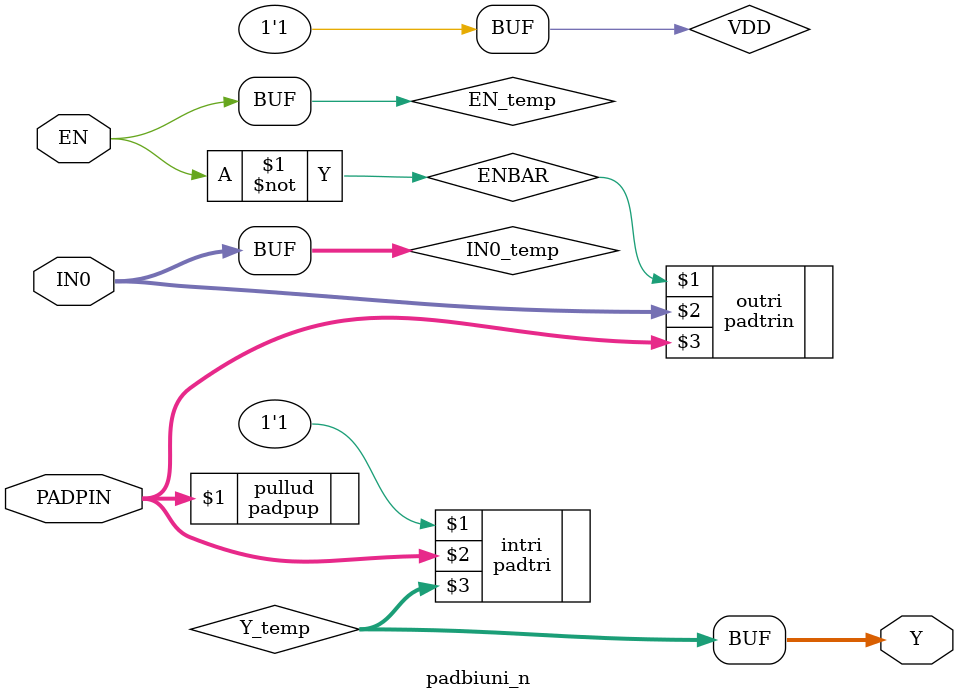
<source format=v>
module padbiuni_n(EN,IN0,PADPIN,Y);
  parameter M = 7;
  parameter N = 0;
  parameter SLIM_FLAG = 0;
  parameter OUTDRIVE = "4MA";
  parameter LEVEL_SHIFTING = 0;
  parameter SCHMITT_TRIGGER = 0;
  parameter PULL_TYPE = "None";
  parameter
        d_EN_r = 0,
        d_EN_f = 0,
        d_IN0 = 0,
        d_PADPIN = 1,
        d_Y = 1;
  input  EN;
  input [M:N] IN0;
  inout [M:N] PADPIN;
  output [M:N] Y;
  wire  EN_temp;
  wire [M:N] IN0_temp;
  wire [M:N] PADPIN_temp;
  wire [M:N] Y_temp;
  supply1  VDD;
  wire  ENBAR;
  assign #(d_EN_r,d_EN_f) EN_temp = EN;
  assign #(d_IN0) IN0_temp = IN0;
  assign #(d_Y) Y = Y_temp;
  assign
    ENBAR = ( ~ EN_temp);
  padpup #(M,N,PULL_TYPE) pullud (PADPIN);
  padtrin #(M,N,PULL_TYPE) outri (ENBAR,IN0_temp,PADPIN);
  padtri #(M,N) intri (VDD,PADPIN,Y_temp);
endmodule

</source>
